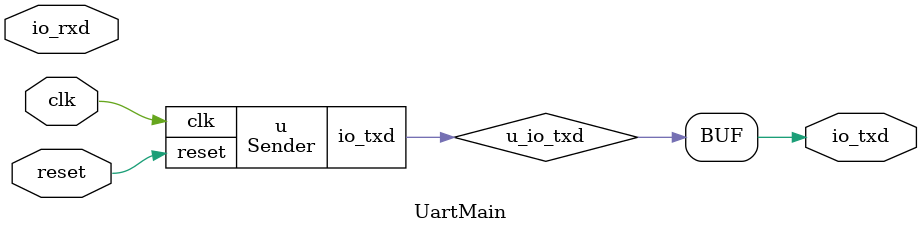
<source format=v>
module Tx(input clk, input reset,
    output io_txd,
    input [7:0] io_channel_data,
    output io_channel_ready,
    input  io_channel_valid
);

  reg [11:0] shiftReg;
  wire[11:0] T44;
  wire[11:0] T0;
  wire[11:0] T1;
  wire[11:0] T2;
  wire[11:0] T3;
  wire[11:0] T4;
  wire[11:0] T45;
  wire[10:0] T5;
  wire[9:0] T6;
  wire[10:0] T7;
  wire T8;
  wire T9;
  reg [3:0] bitsReg;
  wire[3:0] T46;
  wire[3:0] T10;
  wire[3:0] T11;
  wire[3:0] T12;
  wire T13;
  reg [19:0] cntReg;
  wire[19:0] T47;
  wire[19:0] T14;
  wire[19:0] T15;
  wire[19:0] T16;
  wire T17;
  wire[11:0] T18;
  wire[11:0] T48;
  wire[1:0] T19;
  wire[1:0] T20;
  wire[1:0] T49;
  wire T21;
  wire T22;
  wire[9:0] T50;
  wire T51;
  wire[11:0] T23;
  wire[11:0] T52;
  wire[1:0] T24;
  wire[9:0] T53;
  wire T54;
  wire[11:0] T25;
  wire[11:0] T55;
  wire[8:0] T26;
  wire[7:0] T27;
  wire[11:0] T28;
  wire[11:0] T56;
  wire[9:0] T29;
  wire[9:0] T30;
  wire[1:0] T57;
  wire T58;
  wire[11:0] T31;
  wire[11:0] T32;
  wire[11:0] T33;
  wire[11:0] T34;
  wire T35;
  wire T36;
  wire T37;
  wire T38;
  wire T39;
  wire T40;
  wire T41;
  wire T42;
  wire T43;

`ifndef SYNTHESIS
// synthesis translate_off
  integer initvar;
  initial begin
    #0.002;
    shiftReg = {1{$random}};
    bitsReg = {1{$random}};
    cntReg = {1{$random}};
  end
// synthesis translate_on
`endif

  assign T44 = reset ? 12'h7ff : T0;
  assign T0 = T38 ? 12'h7ff : T1;
  assign T1 = T35 ? T31 : T2;
  assign T2 = T35 ? T25 : T3;
  assign T3 = T35 ? T18 : T4;
  assign T4 = T8 ? T45 : shiftReg;
  assign T45 = {1'h0, T5};
  assign T5 = {1'h1, T6};
  assign T6 = T7[9:0];
  assign T7 = shiftReg >> 1'h1;
  assign T8 = T13 & T9;
  assign T9 = bitsReg != 4'h0;
  assign T46 = reset ? 4'h0 : T10;
  assign T10 = T35 ? 4'hb : T11;
  assign T11 = T8 ? T12 : bitsReg;
  assign T12 = bitsReg - 4'h1;
  assign T13 = cntReg == 20'h0;
  assign T47 = reset ? 20'h0 : T14;
  assign T14 = T17 ? T16 : T15;
  assign T15 = T13 ? 20'h1b1 : cntReg;
  assign T16 = cntReg - 20'h1;
  assign T17 = T13 ^ 1'h1;
  assign T18 = T23 | T48;
  assign T48 = {T50, T19};
  assign T19 = T49 & T20;
  assign T20 = 2'h1;
  assign T49 = T21 ? 2'h3 : 2'h0;
  assign T21 = T22;
  assign T22 = 1'h0;
  assign T50 = T51 ? 10'h3ff : 10'h0;
  assign T51 = T19[1];
  assign T23 = T4 & T52;
  assign T52 = {T53, T24};
  assign T24 = ~ T20;
  assign T53 = T54 ? 10'h3ff : 10'h0;
  assign T54 = T24[1];
  assign T25 = T28 | T55;
  assign T55 = {3'h0, T26};
  assign T26 = T27 << 1'h1;
  assign T27 = io_channel_data & 8'hff;
  assign T28 = T3 & T56;
  assign T56 = {T57, T29};
  assign T29 = ~ T30;
  assign T30 = 10'h1fe;
  assign T57 = T58 ? 2'h3 : 2'h0;
  assign T58 = T29[9];
  assign T31 = T32 | 12'h600;
  assign T32 = T2 & T33;
  assign T33 = ~ T34;
  assign T34 = 12'h600;
  assign T35 = T36 & io_channel_valid;
  assign T36 = T13 & T37;
  assign T37 = T9 ^ 1'h1;
  assign T38 = T36 & T39;
  assign T39 = io_channel_valid ^ 1'h1;
  assign io_channel_ready = T40;
  assign T40 = T42 & T41;
  assign T41 = bitsReg == 4'h0;
  assign T42 = cntReg == 20'h0;
  assign io_txd = T43;
  assign T43 = shiftReg[0];

  always @(posedge clk) begin
    if(reset) begin
      shiftReg <= 12'h7ff;
    end else if(T38) begin
      shiftReg <= 12'h7ff;
    end else if(T35) begin
      shiftReg <= T31;
    end else if(T35) begin
      shiftReg <= T25;
    end else if(T35) begin
      shiftReg <= T18;
    end else if(T8) begin
      shiftReg <= T45;
    end
    if(reset) begin
      bitsReg <= 4'h0;
    end else if(T35) begin
      bitsReg <= 4'hb;
    end else if(T8) begin
      bitsReg <= T12;
    end
    if(reset) begin
      cntReg <= 20'h0;
    end else if(T17) begin
      cntReg <= T16;
    end else if(T13) begin
      cntReg <= 20'h1b1;
    end
  end
endmodule

module Buffer(input clk, input reset,
    input [7:0] io_in_data,
    output io_in_ready,
    input  io_in_valid,
    output[7:0] io_out_data,
    input  io_out_ready,
    output io_out_valid
);

  wire T0;
  reg  stateReg;
  wire T9;
  wire T1;
  wire T2;
  wire T3;
  wire T4;
  wire T5;
  wire T6;
  reg [7:0] dataReg;
  wire[7:0] T10;
  wire[7:0] T7;
  wire T8;

`ifndef SYNTHESIS
// synthesis translate_off
  integer initvar;
  initial begin
    #0.002;
    stateReg = {1{$random}};
    dataReg = {1{$random}};
  end
// synthesis translate_on
`endif

  assign io_out_valid = T0;
  assign T0 = stateReg == 1'h1;
  assign T9 = reset ? 1'h0 : T1;
  assign T1 = T5 ? 1'h0 : T2;
  assign T2 = T3 ? 1'h1 : stateReg;
  assign T3 = T4 & io_in_valid;
  assign T4 = stateReg == 1'h0;
  assign T5 = T6 & io_out_ready;
  assign T6 = T4 ^ 1'h1;
  assign io_out_data = dataReg;
  assign T10 = reset ? 8'h0 : T7;
  assign T7 = T3 ? io_in_data : dataReg;
  assign io_in_ready = T8;
  assign T8 = stateReg == 1'h0;

  always @(posedge clk) begin
    if(reset) begin
      stateReg <= 1'h0;
    end else if(T5) begin
      stateReg <= 1'h0;
    end else if(T3) begin
      stateReg <= 1'h1;
    end
    if(reset) begin
      dataReg <= 8'h0;
    end else if(T3) begin
      dataReg <= io_in_data;
    end
  end
endmodule

module BufferedTx(input clk, input reset,
    output io_txd,
    input [7:0] io_channel_data,
    output io_channel_ready,
    input  io_channel_valid
);

  wire tx_io_txd;
  wire tx_io_channel_ready;
  wire buf__io_in_ready;
  wire[7:0] buf__io_out_data;
  wire buf__io_out_valid;


  assign io_channel_ready = buf__io_in_ready;
  assign io_txd = tx_io_txd;
  Tx tx(.clk(clk), .reset(reset),
       .io_txd( tx_io_txd ),
       .io_channel_data( buf__io_out_data ),
       .io_channel_ready( tx_io_channel_ready ),
       .io_channel_valid( buf__io_out_valid )
  );
  Buffer buf_(.clk(clk), .reset(reset),
       .io_in_data( io_channel_data ),
       .io_in_ready( buf__io_in_ready ),
       .io_in_valid( io_channel_valid ),
       .io_out_data( buf__io_out_data ),
       .io_out_ready( tx_io_channel_ready ),
       .io_out_valid( buf__io_out_valid )
  );
endmodule

module Sender(input clk, input reset,
    output io_txd
);

  wire T0;
  reg [2:0] cntReg;
  wire[2:0] T7;
  wire[2:0] T1;
  wire[2:0] T2;
  wire T3;
  wire T4;
  wire[7:0] T8;
  reg [6:0] T5;
  wire tx_io_txd;
  wire tx_io_channel_ready;

`ifndef SYNTHESIS
// synthesis translate_off
  integer initvar;
  initial begin
    #0.002;
    cntReg = {1{$random}};
  end
// synthesis translate_on
`endif

  assign T0 = cntReg != 3'h5;
  assign T7 = reset ? 3'h0 : T1;
  assign T1 = T3 ? T2 : cntReg;
  assign T2 = cntReg + 3'h1;
  assign T3 = tx_io_channel_ready & T4;
  assign T4 = cntReg != 3'h5;
  assign T8 = {1'h0, T5};
  always @(*) case (cntReg)
    0: T5 = 7'h48;
    1: T5 = 7'h65;
    2: T5 = 7'h6c;
    3: T5 = 7'h6c;
    4: T5 = 7'h6f;
    default: begin
      T5 = 7'bx;
`ifndef SYNTHESIS
// synthesis translate_off
      T5 = {1{$random}};
// synthesis translate_on
`endif
    end
  endcase
  assign io_txd = tx_io_txd;
  BufferedTx tx(.clk(clk), .reset(reset),
       .io_txd( tx_io_txd ),
       .io_channel_data( T8 ),
       .io_channel_ready( tx_io_channel_ready ),
       .io_channel_valid( T0 )
  );

  always @(posedge clk) begin
    if(reset) begin
      cntReg <= 3'h0;
    end else if(T3) begin
      cntReg <= T2;
    end
  end
endmodule

module UartMain(input clk, input reset,
    input  io_rxd,
    output io_txd
);

  wire u_io_txd;


  assign io_txd = u_io_txd;
  Sender u(.clk(clk), .reset(reset),
       .io_txd( u_io_txd )
  );
endmodule


</source>
